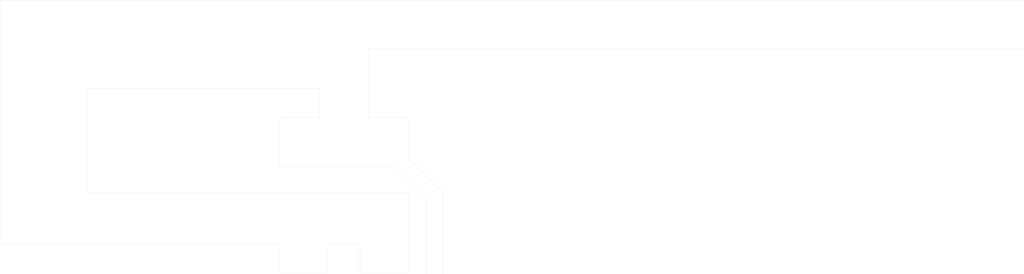
<source format=kicad_pcb>
(kicad_pcb (version 3) (host pcbnew "pifa2.dxf")

  (general
    (links 0)
    (no_connects 0)
    (area 0 0 0 0)
    (thickness 1.6)
    (drawings 5)
    (tracks 0)
    (zones 0)
    (modules 0)
    (nets 1)
  )

  (page A3)
  (layers
    (15 F.Cu signal)
    (0 B.Cu signal)
    (16 B.Adhes user)
    (17 F.Adhes user)
    (18 B.Paste user)
    (19 F.Paste user)
    (20 B.SilkS user)
    (21 F.SilkS user)
    (22 B.Mask user)
    (23 F.Mask user)
    (24 Dwgs.User user)
    (25 Cmts.User user)
    (26 Eco1.User user)
    (27 Eco2.User user)
    (28 Edge.Cuts user)
  )

  (setup
    (last_trace_width 0.254)
    (trace_clearance 0.254)
    (zone_clearance 0.508)
    (zone_45_only no)
    (trace_min 0.254)
    (segment_width 0.2)
    (edge_width 0.1)
    (via_size 0.889)
    (via_drill 0.635)
    (via_min_size 0.889)
    (via_min_drill 0.508)
    (uvia_size 0.508)
    (uvia_drill 0.127)
    (uvias_allowed no)
    (uvia_min_size 0.508)
    (uvia_min_drill 0.127)
    (pcb_text_width 0.3)
    (pcb_text_size 1.5 1.5)
    (mod_edge_width 0.15)
    (mod_text_size 1 1)
    (mod_text_width 0.15)
    (pad_size 1.5 1.5)
    (pad_drill 0.6)
    (pad_to_mask_clearance 0)
    (aux_axis_origin 0 0)
    (visible_elements FFFFF77F)
    (pcbplotparams
      (layerselection 3178497)
      (usegerberextensions true)
      (excludeedgelayer true)
      (linewidth 152400)
      (plotframeref false)
      (viasonmask false)
      (mode 1)
      (useauxorigin false)
      (hpglpennumber 1)
      (hpglpenspeed 20)
      (hpglpendiameter 15)
      (hpglpenoverlay 2)
      (psnegative false)
      (psa4output false)
      (plotreference true)
      (plotvalue true)
      (plotothertext true)
      (plotinvisibletext false)
      (padsonsilk false)
      (subtractmaskfromsilk false)
      (outputformat 1)
      (mirror false)
      (drillshape 1)
      (scaleselection 1)
      (outputdirectory ""))
  )

  (net 0 "")

  (net_class Default "This is the default net class."
    (clearance 0.254)
    (trace_width 0.254)
    (via_dia 0.889)
    (via_drill 0.635)
    (uvia_dia 0.508)
    (uvia_drill 0.127)
    (add_net "")
  )

  (gr_line (start 222.89999389648438 -497.2116394042969) (end 222.89999389648438 -490.94757080078125) (angle 90) (layer Edge.Cuts) (width 0.01))
  (gr_line (start 222.89999389648438 -490.94757080078125) (end 222.89999389648438 -483.4803771972656) (angle 90) (layer Edge.Cuts) (width 0.01))
  (gr_line (start 222.89999389648438 -483.4803771972656) (end 222.89999389648438 -479.92413330078125) (angle 90) (layer Edge.Cuts) (width 0.01))
  (gr_line (start 222.89999389648438 -479.92413330078125) (end 229.49530029296875 -479.92413330078125) (angle 90) (layer Edge.Cuts) (width 0.01))
  (gr_line (start 229.49530029296875 -479.92413330078125) (end 236.090576171875 -479.92413330078125) (angle 90) (layer Edge.Cuts) (width 0.01))
  (gr_line (start 236.090576171875 -479.92413330078125) (end 242.68594360351562 -479.92413330078125) (angle 90) (layer Edge.Cuts) (width 0.01))
  (gr_line (start 242.68594360351562 -479.92413330078125) (end 242.68594360351562 -477.9256896972656) (angle 90) (layer Edge.Cuts) (width 0.01))
  (gr_line (start 242.68594360351562 -477.9256896972656) (end 246.08750915527344 -477.9256896972656) (angle 90) (layer Edge.Cuts) (width 0.01))
  (gr_line (start 246.08750915527344 -477.9256896972656) (end 246.08750915527344 -479.92413330078125) (angle 90) (layer Edge.Cuts) (width 0.01))
  (gr_line (start 246.08750915527344 -479.92413330078125) (end 248.3546905517578 -479.92413330078125) (angle 90) (layer Edge.Cuts) (width 0.01))
  (gr_line (start 248.3546905517578 -479.92413330078125) (end 248.3546905517578 -477.9256896972656) (angle 90) (layer Edge.Cuts) (width 0.01))
  (gr_line (start 248.3546905517578 -477.9256896972656) (end 251.75624084472656 -477.9256896972656) (angle 90) (layer Edge.Cuts) (width 0.01))
  (gr_line (start 251.75624084472656 -477.9256896972656) (end 251.75624084472656 -480.0241394042969) (angle 90) (layer Edge.Cuts) (width 0.01))
  (gr_line (start 251.75624084472656 -480.0241394042969) (end 251.75624084472656 -483.58038330078125) (angle 90) (layer Edge.Cuts) (width 0.01))
  (gr_line (start 251.75624084472656 -483.58038330078125) (end 244.19740295410156 -483.58038330078125) (angle 90) (layer Edge.Cuts) (width 0.01))
  (gr_line (start 244.19740295410156 -483.58038330078125) (end 236.6385955810547 -483.58038330078125) (angle 90) (layer Edge.Cuts) (width 0.01))
  (gr_line (start 236.6385955810547 -483.58038330078125) (end 229.07968139648438 -483.58038330078125) (angle 90) (layer Edge.Cuts) (width 0.01))
  (gr_line (start 229.07968139648438 -483.58038330078125) (end 229.07968139648438 -490.94757080078125) (angle 90) (layer Edge.Cuts) (width 0.01))
  (gr_line (start 229.07968139648438 -490.94757080078125) (end 234.5598907470703 -490.94757080078125) (angle 90) (layer Edge.Cuts) (width 0.01))
  (gr_line (start 234.5598907470703 -490.94757080078125) (end 240.04006958007812 -490.94757080078125) (angle 90) (layer Edge.Cuts) (width 0.01))
  (gr_line (start 240.04006958007812 -490.94757080078125) (end 245.5203094482422 -490.94757080078125) (angle 90) (layer Edge.Cuts) (width 0.01))
  (gr_line (start 245.5203094482422 -490.94757080078125) (end 245.5203094482422 -488.8788146972656) (angle 90) (layer Edge.Cuts) (width 0.01))
  (gr_line (start 245.5203094482422 -488.8788146972656) (end 242.68594360351562 -488.8788146972656) (angle 90) (layer Edge.Cuts) (width 0.01))
  (gr_line (start 242.68594360351562 -488.8788146972656) (end 242.68594360351562 -485.4491271972656) (angle 90) (layer Edge.Cuts) (width 0.01))
  (gr_line (start 242.68594360351562 -485.4491271972656) (end 250.6750030517578 -485.4491271972656) (angle 90) (layer Edge.Cuts) (width 0.01))
  (gr_line (start 250.6750030517578 -485.4491271972656) (end 253.03125 -483.0928955078125) (angle 90) (layer Edge.Cuts) (width 0.01))
  (gr_line (start 253.03125 -483.0928955078125) (end 253.03125 -477.8257141113281) (angle 90) (layer Edge.Cuts) (width 0.01))
  (gr_line (start 253.03125 -477.8257141113281) (end 254.2218780517578 -477.8257141113281) (angle 90) (layer Edge.Cuts) (width 0.01))
  (gr_line (start 254.2218780517578 -477.8257141113281) (end 254.2218780517578 -483.58038330078125) (angle 90) (layer Edge.Cuts) (width 0.01))
  (gr_line (start 254.2218780517578 -483.58038330078125) (end 254.2186737060547 -483.58038330078125) (angle 90) (layer Edge.Cuts) (width 0.01))
  (gr_line (start 254.2186737060547 -483.58038330078125) (end 254.2234649658203 -483.5851745605469) (angle 90) (layer Edge.Cuts) (width 0.01))
  (gr_line (start 254.2234649658203 -483.5851745605469) (end 251.75628662109375 -486.0523681640625) (angle 90) (layer Edge.Cuts) (width 0.01))
  (gr_line (start 251.75628662109375 -486.0523681640625) (end 251.75628662109375 -488.8789367675781) (angle 90) (layer Edge.Cuts) (width 0.01))
  (gr_line (start 251.75628662109375 -488.8789367675781) (end 248.92190551757812 -488.8789367675781) (angle 90) (layer Edge.Cuts) (width 0.01))
  (gr_line (start 248.92190551757812 -488.8789367675781) (end 248.92190551757812 -491.0476989746094) (angle 90) (layer Edge.Cuts) (width 0.01))
  (gr_line (start 248.92190551757812 -491.0476989746094) (end 248.92190551757812 -493.7804870605469) (angle 90) (layer Edge.Cuts) (width 0.01))
  (gr_line (start 248.92190551757812 -493.7804870605469) (end 256.65374755859375 -493.7804870605469) (angle 90) (layer Edge.Cuts) (width 0.01))
  (gr_line (start 256.65374755859375 -493.7804870605469) (end 264.3848876953125 -493.7804870605469) (angle 90) (layer Edge.Cuts) (width 0.01))
  (gr_line (start 264.3848876953125 -493.7804870605469) (end 272.1163635253906 -493.7804870605469) (angle 90) (layer Edge.Cuts) (width 0.01))
  (gr_line (start 272.1163635253906 -493.7804870605469) (end 279.847900390625 -493.7804870605469) (angle 90) (layer Edge.Cuts) (width 0.01))
  (gr_line (start 279.847900390625 -493.7804870605469) (end 287.57989501953125 -493.7804870605469) (angle 90) (layer Edge.Cuts) (width 0.01))
  (gr_line (start 287.57989501953125 -493.7804870605469) (end 295.31097412109375 -493.7804870605469) (angle 90) (layer Edge.Cuts) (width 0.01))
  (gr_line (start 295.31097412109375 -493.7804870605469) (end 295.31097412109375 -497.2101745605469) (angle 90) (layer Edge.Cuts) (width 0.01))
  (gr_line (start 295.31097412109375 -497.2101745605469) (end 287.5791320800781 -497.2101745605469) (angle 90) (layer Edge.Cuts) (width 0.01))
  (gr_line (start 287.5791320800781 -497.2101745605469) (end 279.84796142578125 -497.2101745605469) (angle 90) (layer Edge.Cuts) (width 0.01))
  (gr_line (start 279.84796142578125 -497.2101745605469) (end 272.11651611328125 -497.2101745605469) (angle 90) (layer Edge.Cuts) (width 0.01))
  (gr_line (start 272.11651611328125 -497.2101745605469) (end 264.38494873046875 -497.2101745605469) (angle 90) (layer Edge.Cuts) (width 0.01))
  (gr_line (start 264.38494873046875 -497.2101745605469) (end 256.6529846191406 -497.2101745605469) (angle 90) (layer Edge.Cuts) (width 0.01))
  (gr_line (start 256.6529846191406 -497.2101745605469) (end 248.92190551757812 -497.2101745605469) (angle 90) (layer Edge.Cuts) (width 0.01))
  (gr_line (start 248.92190551757812 -497.2101745605469) (end 248.92190551757812 -497.2117919921875) (angle 90) (layer Edge.Cuts) (width 0.01))
  (gr_line (start 248.92190551757812 -497.2117919921875) (end 242.41632080078125 -497.2117919921875) (angle 90) (layer Edge.Cuts) (width 0.01))
  (gr_line (start 242.41632080078125 -497.2117919921875) (end 235.91143798828125 -497.2117919921875) (angle 90) (layer Edge.Cuts) (width 0.01))
  (gr_line (start 235.91143798828125 -497.2117919921875) (end 229.4058837890625 -497.2117919921875) (angle 90) (layer Edge.Cuts) (width 0.01))
  (gr_line (start 229.4058837890625 -497.2117919921875) (end 222.9000244140625 -497.2117919921875) (angle 90) (layer Edge.Cuts) (width 0.01))
  (gr_line (start 222.9000244140625 -497.2117919921875) (end 222.89999389648438 -497.2116394042969) (angle 90) (layer Edge.Cuts) (width 0.01))

)

</source>
